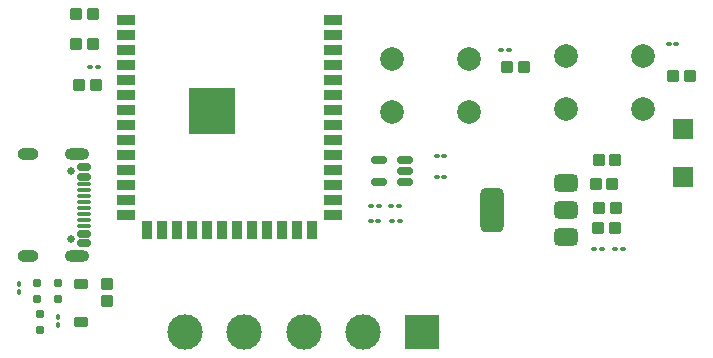
<source format=gbr>
%TF.GenerationSoftware,KiCad,Pcbnew,8.0.5*%
%TF.CreationDate,2024-11-05T12:43:32-08:00*%
%TF.ProjectId,PCB Board and Schematic,50434220-426f-4617-9264-20616e642053,rev?*%
%TF.SameCoordinates,Original*%
%TF.FileFunction,Soldermask,Top*%
%TF.FilePolarity,Negative*%
%FSLAX46Y46*%
G04 Gerber Fmt 4.6, Leading zero omitted, Abs format (unit mm)*
G04 Created by KiCad (PCBNEW 8.0.5) date 2024-11-05 12:43:32*
%MOMM*%
%LPD*%
G01*
G04 APERTURE LIST*
G04 Aperture macros list*
%AMRoundRect*
0 Rectangle with rounded corners*
0 $1 Rounding radius*
0 $2 $3 $4 $5 $6 $7 $8 $9 X,Y pos of 4 corners*
0 Add a 4 corners polygon primitive as box body*
4,1,4,$2,$3,$4,$5,$6,$7,$8,$9,$2,$3,0*
0 Add four circle primitives for the rounded corners*
1,1,$1+$1,$2,$3*
1,1,$1+$1,$4,$5*
1,1,$1+$1,$6,$7*
1,1,$1+$1,$8,$9*
0 Add four rect primitives between the rounded corners*
20,1,$1+$1,$2,$3,$4,$5,0*
20,1,$1+$1,$4,$5,$6,$7,0*
20,1,$1+$1,$6,$7,$8,$9,0*
20,1,$1+$1,$8,$9,$2,$3,0*%
G04 Aperture macros list end*
%ADD10RoundRect,0.250000X0.287500X0.275000X-0.287500X0.275000X-0.287500X-0.275000X0.287500X-0.275000X0*%
%ADD11RoundRect,0.250000X-0.287500X-0.275000X0.287500X-0.275000X0.287500X0.275000X-0.287500X0.275000X0*%
%ADD12RoundRect,0.102000X-0.200000X0.240000X-0.200000X-0.240000X0.200000X-0.240000X0.200000X0.240000X0*%
%ADD13RoundRect,0.100000X0.130000X0.100000X-0.130000X0.100000X-0.130000X-0.100000X0.130000X-0.100000X0*%
%ADD14R,3.000000X3.000000*%
%ADD15C,3.000000*%
%ADD16C,2.000000*%
%ADD17RoundRect,0.225000X-0.375000X0.225000X-0.375000X-0.225000X0.375000X-0.225000X0.375000X0.225000X0*%
%ADD18RoundRect,0.100000X-0.130000X-0.100000X0.130000X-0.100000X0.130000X0.100000X-0.130000X0.100000X0*%
%ADD19R,1.700000X1.700000*%
%ADD20RoundRect,0.150000X0.512500X0.150000X-0.512500X0.150000X-0.512500X-0.150000X0.512500X-0.150000X0*%
%ADD21RoundRect,0.100000X-0.100000X0.130000X-0.100000X-0.130000X0.100000X-0.130000X0.100000X0.130000X0*%
%ADD22RoundRect,0.375000X0.625000X0.375000X-0.625000X0.375000X-0.625000X-0.375000X0.625000X-0.375000X0*%
%ADD23RoundRect,0.500000X0.500000X1.400000X-0.500000X1.400000X-0.500000X-1.400000X0.500000X-1.400000X0*%
%ADD24RoundRect,0.250000X0.275000X-0.287500X0.275000X0.287500X-0.275000X0.287500X-0.275000X-0.287500X0*%
%ADD25C,0.650000*%
%ADD26RoundRect,0.150000X-0.425000X0.150000X-0.425000X-0.150000X0.425000X-0.150000X0.425000X0.150000X0*%
%ADD27RoundRect,0.075000X-0.500000X0.075000X-0.500000X-0.075000X0.500000X-0.075000X0.500000X0.075000X0*%
%ADD28O,2.100000X1.000000*%
%ADD29O,1.800000X1.000000*%
%ADD30R,1.500000X0.900000*%
%ADD31R,0.900000X1.500000*%
%ADD32C,0.600000*%
%ADD33R,3.900000X3.900000*%
%ADD34RoundRect,0.102000X0.200000X-0.240000X0.200000X0.240000X-0.200000X0.240000X-0.200000X-0.240000X0*%
G04 APERTURE END LIST*
D10*
%TO.C,C2*%
X108212500Y-53750000D03*
X106787500Y-53750000D03*
%TD*%
D11*
%TO.C,C9*%
X157325000Y-56500000D03*
X158750000Y-56500000D03*
%TD*%
D12*
%TO.C,D2*%
X105200000Y-74040000D03*
X105200000Y-75360000D03*
%TD*%
D13*
%TO.C,R3*%
X143390000Y-54250000D03*
X142750000Y-54250000D03*
%TD*%
D14*
%TO.C,J4*%
X136007500Y-78132500D03*
D15*
X131007500Y-78132500D03*
X126007500Y-78132500D03*
X121007500Y-78132500D03*
X116007500Y-78132500D03*
%TD*%
D16*
%TO.C,SW1*%
X133500000Y-55000000D03*
X140000000Y-55000000D03*
X133500000Y-59500000D03*
X140000000Y-59500000D03*
%TD*%
D11*
%TO.C,C8*%
X143250000Y-55750000D03*
X144675000Y-55750000D03*
%TD*%
D17*
%TO.C,D4*%
X107200000Y-74050000D03*
X107200000Y-77350000D03*
%TD*%
D18*
%TO.C,R8*%
X131680000Y-68750000D03*
X132320000Y-68750000D03*
%TD*%
D11*
%TO.C,C4*%
X150950000Y-69370000D03*
X152375000Y-69370000D03*
%TD*%
D18*
%TO.C,C11*%
X133430000Y-67500000D03*
X134070000Y-67500000D03*
%TD*%
D19*
%TO.C,J2*%
X158125000Y-65000000D03*
%TD*%
D13*
%TO.C,D1*%
X153020000Y-71100000D03*
X152380000Y-71100000D03*
%TD*%
D18*
%TO.C,R1*%
X107930000Y-55750000D03*
X108570000Y-55750000D03*
%TD*%
D20*
%TO.C,U3*%
X134637500Y-65450000D03*
X134637500Y-64500000D03*
X134637500Y-63550000D03*
X132362500Y-63550000D03*
X132362500Y-65450000D03*
%TD*%
D12*
%TO.C,D9*%
X103700000Y-76630000D03*
X103700000Y-77950000D03*
%TD*%
D21*
%TO.C,R5*%
X101950000Y-74130000D03*
X101950000Y-74770000D03*
%TD*%
D18*
%TO.C,C13*%
X137275000Y-65000000D03*
X137915000Y-65000000D03*
%TD*%
D22*
%TO.C,U2*%
X148250000Y-70100000D03*
X148250000Y-67800000D03*
D23*
X141950000Y-67800000D03*
D22*
X148250000Y-65500000D03*
%TD*%
D24*
%TO.C,C10*%
X109340000Y-75517500D03*
X109340000Y-74092500D03*
%TD*%
D18*
%TO.C,C12*%
X137275000Y-63250000D03*
X137915000Y-63250000D03*
%TD*%
D16*
%TO.C,SW3*%
X148250000Y-54750000D03*
X154750000Y-54750000D03*
X148250000Y-59250000D03*
X154750000Y-59250000D03*
%TD*%
D11*
%TO.C,C6*%
X150737500Y-65600000D03*
X152162500Y-65600000D03*
%TD*%
D18*
%TO.C,D5*%
X131750000Y-67500000D03*
X132390000Y-67500000D03*
%TD*%
D19*
%TO.C,J3*%
X158125000Y-61000000D03*
%TD*%
D10*
%TO.C,C3*%
X108212500Y-51250000D03*
X106787500Y-51250000D03*
%TD*%
D21*
%TO.C,R6*%
X105200000Y-76880000D03*
X105200000Y-77520000D03*
%TD*%
D18*
%TO.C,R7*%
X133500000Y-68750000D03*
X134140000Y-68750000D03*
%TD*%
D25*
%TO.C,J1*%
X106350000Y-64525000D03*
X106350000Y-70305000D03*
D26*
X107425000Y-64215000D03*
X107425000Y-65015000D03*
D27*
X107425000Y-66165000D03*
X107425000Y-67165000D03*
X107425000Y-67665000D03*
X107425000Y-68665000D03*
D26*
X107425000Y-69815000D03*
X107425000Y-70615000D03*
X107425000Y-70615000D03*
X107425000Y-69815000D03*
D27*
X107425000Y-69165000D03*
X107425000Y-68165000D03*
X107425000Y-66665000D03*
X107425000Y-65665000D03*
D26*
X107425000Y-65015000D03*
X107425000Y-64215000D03*
D28*
X106850000Y-63095000D03*
D29*
X102670000Y-63095000D03*
D28*
X106850000Y-71735000D03*
D29*
X102670000Y-71735000D03*
%TD*%
D30*
%TO.C,U1*%
X111000000Y-51750000D03*
X111000000Y-53020000D03*
X111000000Y-54290000D03*
X111000000Y-55560000D03*
X111000000Y-56830000D03*
X111000000Y-58100000D03*
X111000000Y-59370000D03*
X111000000Y-60640000D03*
X111000000Y-61910000D03*
X111000000Y-63180000D03*
X111000000Y-64450000D03*
X111000000Y-65720000D03*
X111000000Y-66990000D03*
X111000000Y-68260000D03*
D31*
X112765000Y-69510000D03*
X114035000Y-69510000D03*
X115305000Y-69510000D03*
X116575000Y-69510000D03*
X117845000Y-69510000D03*
X119115000Y-69510000D03*
X120385000Y-69510000D03*
X121655000Y-69510000D03*
X122925000Y-69510000D03*
X124195000Y-69510000D03*
X125465000Y-69510000D03*
X126735000Y-69510000D03*
D30*
X128500000Y-68260000D03*
X128500000Y-66990000D03*
X128500000Y-65720000D03*
X128500000Y-64450000D03*
X128500000Y-63180000D03*
X128500000Y-61910000D03*
X128500000Y-60640000D03*
X128500000Y-59370000D03*
X128500000Y-58100000D03*
X128500000Y-56830000D03*
X128500000Y-55560000D03*
X128500000Y-54290000D03*
X128500000Y-53020000D03*
X128500000Y-51750000D03*
D32*
X116850000Y-58770000D03*
X116850000Y-60170000D03*
X117550000Y-58070000D03*
X117550000Y-59470000D03*
X117550000Y-60870000D03*
X118250000Y-58770000D03*
D33*
X118250000Y-59470000D03*
D32*
X118250000Y-60170000D03*
X118950000Y-58070000D03*
X118950000Y-59470000D03*
X118950000Y-60870000D03*
X119650000Y-58770000D03*
X119650000Y-60170000D03*
%TD*%
D34*
%TO.C,D3*%
X103450000Y-75360000D03*
X103450000Y-74040000D03*
%TD*%
D11*
%TO.C,C1*%
X107037500Y-57250000D03*
X108462500Y-57250000D03*
%TD*%
%TO.C,C5*%
X151025000Y-67620000D03*
X152450000Y-67620000D03*
%TD*%
D13*
%TO.C,R4*%
X157570000Y-53750000D03*
X156930000Y-53750000D03*
%TD*%
D18*
%TO.C,R2*%
X150630000Y-71100000D03*
X151270000Y-71100000D03*
%TD*%
D11*
%TO.C,C7*%
X150987500Y-63600000D03*
X152412500Y-63600000D03*
%TD*%
M02*

</source>
